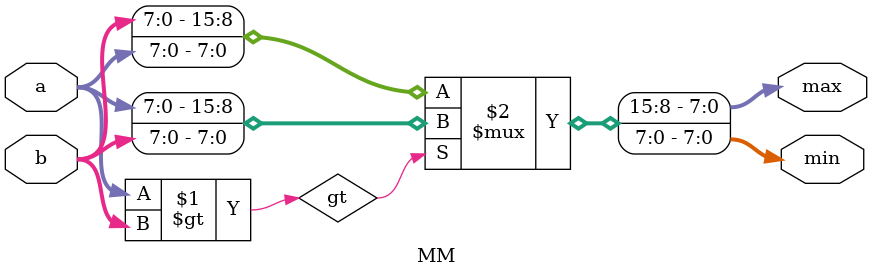
<source format=v>
module MM (
     input [7:0] a, b,
	 output [7:0] max, min
	 );
	 wire gt;
	 
	 assign gt = (a > b);
	 assign {max, min} = gt ? {a, b} : {b, a};
	 
	endmodule
</source>
